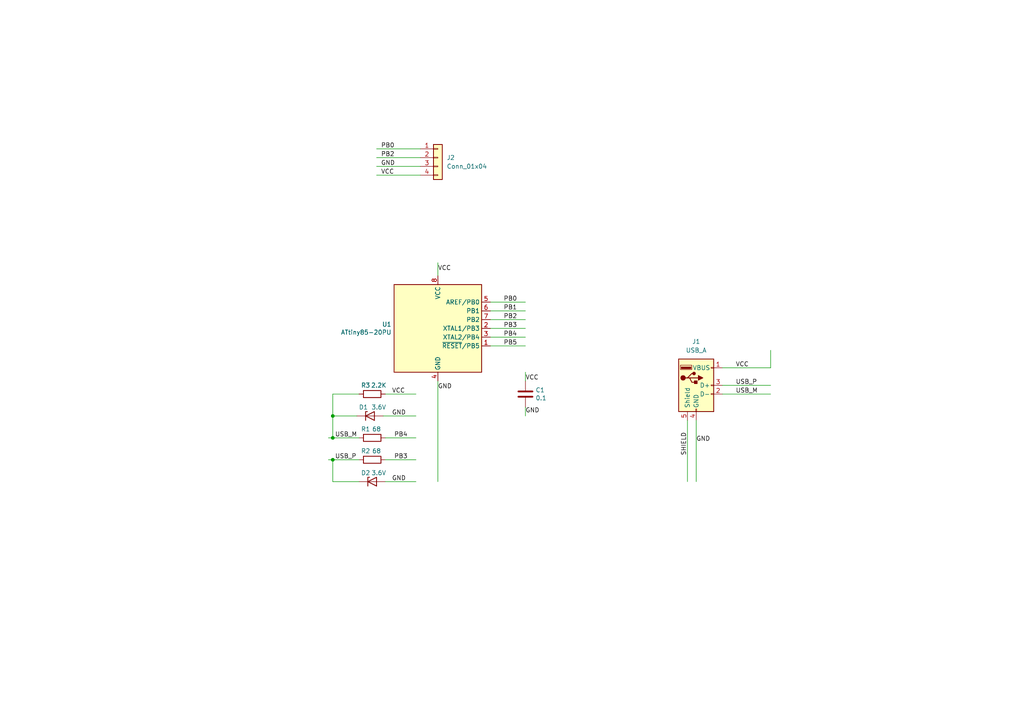
<source format=kicad_sch>
(kicad_sch (version 20211123) (generator eeschema)
  (paper "A4")
  (title_block (title "USB-to-PS2 adapter (Digispark-compatible)"))
  (lib_symbols
    (symbol "Connector:USB_A" (pin_names (offset 1.016))
      (property "Reference" "J" (at -5.08 11.43 0))
      (property "Value" "USB_A" (at -5.08 8.89 0))
      (symbol "USB_A_0_1"
        (rectangle (start -5.08 -7.62) (end 5.08 7.62) (stroke (width 0.254)) (fill (type background)))
        (circle (center -3.81 2.159) (radius 0.635) (stroke (width 0.254)) (fill (type outline)))
        (rectangle (start -1.524 4.826) (end -4.318 5.334) (fill (type outline)))
        (rectangle (start -1.27 4.572) (end -4.572 5.842))
        (circle (center -0.635 3.429) (radius 0.381) (stroke (width 0.254)) (fill (type outline)))
        (rectangle (start -0.127 -7.62) (end 0.127 -6.858))
        (polyline (pts (xy -3.175 2.159) (xy -2.54 2.159) (xy -1.27 3.429) (xy -0.635 3.429)) (stroke (width 0.254)))
        (polyline (pts (xy -2.54 2.159) (xy -1.905 2.159) (xy -1.27 0.889) (xy 0 0.889)) (stroke (width 0.254)))
        (polyline (pts (xy 0.635 2.794) (xy 0.635 1.524) (xy 1.905 2.159) (xy 0.635 2.794)) (stroke (width 0.254)) (fill (type outline)))
        (rectangle (start 0.254 1.27) (end -0.508 0.508) (stroke (width 0.254)) (fill (type outline)))
        (rectangle (start 5.08 -2.667) (end 4.318 -2.413))
        (rectangle (start 5.08 -0.127) (end 4.318 0.127))
        (rectangle (start 5.08 4.953) (end 4.318 5.207))
      )
      (symbol "USB_A_1_1"
        (polyline (pts (xy -1.905 2.159) (xy 0.635 2.159)) (stroke (width 0.254)))
        (pin power_in line (at 7.62 5.08 180) (length 2.54) (name "VBUS") (number "1"))
        (pin bidirectional line (at 7.62 -2.54 180) (length 2.54) (name "D-") (number "2"))
        (pin bidirectional line (at 7.62 0 180) (length 2.54) (name "D+") (number "3"))
        (pin power_in line (at 0 -10.16 90) (length 2.54) (name "GND") (number "4"))
        (pin passive line (at -2.54 -10.16 90) (length 2.54) (name "Shield") (number "5"))
      )
    )
    (symbol "Connector_Generic:Conn_01x04" (pin_names (offset 1.016) hide)
      (property "Reference" "J" (at 0 5.08 0))
      (property "Value" "Conn_01x04" (at 0 -7.62 0))
      (symbol "Conn_01x04_1_1"
        (rectangle (start -1.27 -4.953) (end 0 -5.207) (stroke (width 0.1524)))
        (rectangle (start -1.27 -2.413) (end 0 -2.667) (stroke (width 0.1524)))
        (rectangle (start -1.27 0.127) (end 0 -0.127) (stroke (width 0.1524)))
        (rectangle (start -1.27 2.667) (end 0 2.413) (stroke (width 0.1524)))
        (rectangle (start -1.27 3.81) (end 1.27 -6.35) (stroke (width 0.254)) (fill (type background)))
        (pin passive line (at -5.08 2.54 0) (length 3.81) (name "Pin_1") (number "1"))
        (pin passive line (at -5.08 0 0) (length 3.81) (name "Pin_2") (number "2"))
        (pin passive line (at -5.08 -2.54 0) (length 3.81) (name "Pin_3") (number "3"))
        (pin passive line (at -5.08 -5.08 0) (length 3.81) (name "Pin_4") (number "4"))
      )
    )
    (symbol "Device:C" (pin_numbers hide) (pin_names (offset 0.254))
      (property "Reference" "C" (at 0.635 2.54 0))
      (property "Value" "C" (at 0.635 -2.54 0))
      (symbol "C_0_1"
        (polyline (pts (xy -2.032 -0.762) (xy 2.032 -0.762)) (stroke (width 0.508)))
        (polyline (pts (xy -2.032 0.762) (xy 2.032 0.762)) (stroke (width 0.508)))
      )
      (symbol "C_1_1"
        (pin passive line (at 0 3.81 270) (length 2.794) (name "~") (number "1"))
        (pin passive line (at 0 -3.81 90) (length 2.794) (name "~") (number "2"))
      )
    )
    (symbol "Device:D_Zener" (pin_numbers hide) (pin_names (offset 1.016) hide)
      (property "Reference" "D" (at 0 2.54 0))
      (property "Value" "D_Zener" (at 0 -2.54 0))
      (symbol "D_Zener_0_1"
        (polyline (pts (xy 1.27 0) (xy -1.27 0)))
        (polyline (pts (xy -1.27 -1.27) (xy -1.27 1.27) (xy -0.762 1.27)) (stroke (width 0.254)))
        (polyline (pts (xy 1.27 -1.27) (xy 1.27 1.27) (xy -1.27 0) (xy 1.27 -1.27)) (stroke (width 0.254)))
      )
      (symbol "D_Zener_1_1"
        (pin passive line (at -3.81 0 0) (length 2.54) (name "K") (number "1"))
        (pin passive line (at 3.81 0 180) (length 2.54) (name "A") (number "2"))
      )
    )
    (symbol "Device:R" (pin_numbers hide) (pin_names (offset 0))
      (property "Reference" "R" (at 2.032 0 90))
      (property "Value" "R" (at 0 0 90))
      (symbol "R_0_1"
        (rectangle (start -1.016 -2.54) (end 1.016 2.54) (stroke (width 0.254)))
      )
      (symbol "R_1_1"
        (pin passive line (at 0 3.81 270) (length 1.27) (name "~") (number "1"))
        (pin passive line (at 0 -3.81 90) (length 1.27) (name "~") (number "2"))
      )
    )
    (symbol "usb-ps2-rescue:ATtiny85-20PU-MCU_Microchip_ATtiny"
      (property "Reference" "U" (at -12.7 13.97 0))
      (property "Value" "ATtiny85-20PU-MCU_Microchip_ATtiny" (at 2.54 -13.97 0))
      (symbol "ATtiny85-20PU-MCU_Microchip_ATtiny_0_1"
        (rectangle (start -12.7 -12.7) (end 12.7 12.7) (stroke (width 0.254)) (fill (type background)))
      )
      (symbol "ATtiny85-20PU-MCU_Microchip_ATtiny_1_1"
        (pin bidirectional line (at 15.24 -5.08 180) (length 2.54) (name "~{RESET}/PB5") (number "1"))
        (pin bidirectional line (at 15.24 0 180) (length 2.54) (name "XTAL1/PB3") (number "2"))
        (pin bidirectional line (at 15.24 -2.54 180) (length 2.54) (name "XTAL2/PB4") (number "3"))
        (pin power_in line (at 0 -15.24 90) (length 2.54) (name "GND") (number "4"))
        (pin bidirectional line (at 15.24 7.62 180) (length 2.54) (name "AREF/PB0") (number "5"))
        (pin bidirectional line (at 15.24 5.08 180) (length 2.54) (name "PB1") (number "6"))
        (pin bidirectional line (at 15.24 2.54 180) (length 2.54) (name "PB2") (number "7"))
        (pin power_in line (at 0 15.24 270) (length 2.54) (name "VCC") (number "8"))
      )
    )
  )
  (junction (at 96.52 127))
  (junction (at 96.52 133.35))
  (junction (at 96.52 120.65))
  (wire (pts (xy 96.52 139.7) (xy 96.52 133.35)))
  (wire (pts (xy 104.14 114.3) (xy 96.52 114.3)))
  (wire (pts (xy 104.14 139.7) (xy 96.52 139.7)))
  (wire (pts (xy 142.24 87.63) (xy 152.4 87.63)))
  (wire (pts (xy 142.24 95.25) (xy 152.4 95.25)))
  (wire (pts (xy 127 80.01) (xy 127 76.2)))
  (wire (pts (xy 111.76 114.3) (xy 120.65 114.3)))
  (wire (pts (xy 199.39 121.92) (xy 199.39 139.7)))
  (wire (pts (xy 209.55 114.3) (xy 223.52 114.3)))
  (wire (pts (xy 142.24 97.79) (xy 152.4 97.79)))
  (wire (pts (xy 111.76 133.35) (xy 120.65 133.35)))
  (wire (pts (xy 142.24 100.33) (xy 152.4 100.33)))
  (wire (pts (xy 109.22 50.8) (xy 121.92 50.8)))
  (wire (pts (xy 111.76 127) (xy 120.65 127)))
  (wire (pts (xy 142.24 90.17) (xy 152.4 90.17)))
  (wire (pts (xy 142.24 92.71) (xy 152.4 92.71)))
  (wire (pts (xy 96.52 114.3) (xy 96.52 120.65)))
  (wire (pts (xy 104.14 133.35) (xy 96.52 133.35)))
  (wire (pts (xy 111.76 139.7) (xy 120.65 139.7)))
  (wire (pts (xy 111.125 120.65) (xy 120.65 120.65)))
  (wire (pts (xy 209.55 106.68) (xy 223.52 106.68)))
  (wire (pts (xy 127 110.49) (xy 127 139.7)))
  (wire (pts (xy 96.52 127) (xy 95.25 127)))
  (wire (pts (xy 103.505 120.65) (xy 96.52 120.65)))
  (wire (pts (xy 223.52 106.68) (xy 223.52 101.6)))
  (wire (pts (xy 104.14 127) (xy 96.52 127)))
  (wire (pts (xy 109.22 43.18) (xy 121.92 43.18)))
  (wire (pts (xy 201.93 121.92) (xy 201.93 139.7)))
  (wire (pts (xy 109.22 45.72) (xy 121.92 45.72)))
  (wire (pts (xy 109.22 48.26) (xy 121.92 48.26)))
  (wire (pts (xy 96.52 120.65) (xy 96.52 127)))
  (wire (pts (xy 152.4 110.49) (xy 152.4 107.95)))
  (wire (pts (xy 152.4 118.11) (xy 152.4 120.65)))
  (wire (pts (xy 209.55 111.76) (xy 223.52 111.76)))
  (wire (pts (xy 96.52 133.35) (xy 95.25 133.35)))
  (label "VCC" (at 110.49 50.8 0))
  (label "PB2" (at 110.49 45.72 0))
  (label "PB3" (at 114.3 133.35 0))
  (label "GND" (at 113.665 120.65 0))
  (label "GND" (at 127 113.03 0))
  (label "VCC" (at 113.665 114.3 0))
  (label "PB3" (at 146.05 95.25 0))
  (label "PB5" (at 146.05 100.33 0))
  (label "GND" (at 201.93 128.27 0))
  (label "GND" (at 113.665 139.7 0))
  (label "USB_P" (at 97.155 133.35 0))
  (label "GND" (at 110.49 48.26 0))
  (label "USB_M" (at 213.36 114.3 0))
  (label "PB1" (at 146.05 90.17 0))
  (label "VCC" (at 213.36 106.68 0))
  (label "GND" (at 152.4 120.015 0))
  (label "SHIELD" (at 199.39 132.08 90))
  (label "PB2" (at 146.05 92.71 0))
  (label "PB4" (at 114.3 127 0))
  (label "VCC" (at 152.4 110.49 0))
  (label "PB0" (at 110.49 43.18 0))
  (label "PB0" (at 146.05 87.63 0))
  (label "VCC" (at 127 78.74 0))
  (label "USB_P" (at 213.36 111.76 0))
  (label "USB_M" (at 97.155 127 0))
  (label "PB4" (at 146.05 97.79 0))
  (symbol (lib_id "usb-ps2-rescue:ATtiny85-20PU-MCU_Microchip_ATtiny") (at 127 95.25 0) (unit 1)
    (property "Reference" "U1" (at 113.5634 94.0816 0) (effects (justify right)))
    (property "Value" "ATtiny85-20PU" (at 113.5634 96.393 0) (effects (justify right)))
    (property "Footprint" "Package_DIP:DIP-8_W7.62mm" (effects hide))
    (property "Datasheet" "http://ww1.microchip.com/downloads/en/DeviceDoc/atmel-2586-avr-8-bit-microcontroller-attiny25-attiny45-attiny85_datasheet.pdf" (effects hide))
  )
  (symbol (lib_id "Device:R") (at 107.95 127 270) (unit 1)
    (property "Reference" "R1" (at 106.045 124.46 90))
    (property "Value" "68" (at 109.22 124.46 90))
    (property "Footprint" "Resistor_THT:R_Axial_DIN0204_L3.6mm_D1.6mm_P7.62mm_Horizontal" (effects hide))
  )
  (symbol (lib_id "Device:R") (at 107.95 133.35 270) (unit 1)
    (property "Reference" "R2" (at 106.045 130.81 90))
    (property "Value" "68" (at 109.22 130.81 90))
    (property "Footprint" "Resistor_THT:R_Axial_DIN0204_L3.6mm_D1.6mm_P7.62mm_Horizontal" (effects hide))
  )
  (symbol (lib_id "Device:D_Zener") (at 107.315 120.65 0) (unit 1)
    (property "Reference" "D1" (at 105.41 118.11 0))
    (property "Value" "3.6V" (at 109.855 118.11 0))
    (property "Footprint" "Diode_THT:D_DO-34_SOD68_P7.62mm_Horizontal" (effects hide))
  )
  (symbol (lib_id "Device:D_Zener") (at 107.95 139.7 0) (unit 1)
    (property "Reference" "D2" (at 106.045 137.16 0))
    (property "Value" "3.6V" (at 109.855 137.16 0))
    (property "Footprint" "Diode_THT:D_DO-34_SOD68_P7.62mm_Horizontal" (effects hide))
  )
  (symbol (lib_id "Device:R") (at 107.95 114.3 270) (unit 1)
    (property "Reference" "R3" (at 106.045 111.76 90))
    (property "Value" "2.2K" (at 109.855 111.76 90))
    (property "Footprint" "Resistor_SMD:R_0805_2012Metric_Pad1.20x1.40mm_HandSolder" (effects hide))
  )
  (symbol (lib_id "Device:C") (at 152.4 114.3 0) (unit 1)
    (property "Reference" "C1" (at 155.321 113.1316 0) (effects (justify left)))
    (property "Value" "0.1" (at 155.321 115.443 0) (effects (justify left)))
    (property "Footprint" "Capacitor_SMD:C_0805_2012Metric_Pad1.18x1.45mm_HandSolder" (effects hide))
  )
  (symbol (lib_id "Connector:USB_A") (at 201.93 111.76 0) (unit 1)
    (property "Reference" "J1" (at 201.93 99.06 0))
    (property "Value" "USB_A" (at 201.93 101.6 0))
    (property "Footprint" "Connector_USB:USB_A_CONNFLY_DS1095-WNR0" (effects hide))
    (property "Datasheet" " ~" (effects hide))
  )
  (symbol (lib_id "Connector_Generic:Conn_01x04") (at 127 45.72 0) (unit 1)
    (property "Reference" "J2" (at 129.54 45.7199 0) (effects (justify left)))
    (property "Value" "Conn_01x04" (at 129.54 48.2599 0) (effects (justify left)))
    (property "Footprint" "Connector_PinHeader_2.54mm:PinHeader_1x04_P2.54mm_Vertical" (effects hide))
  )
)
</source>
